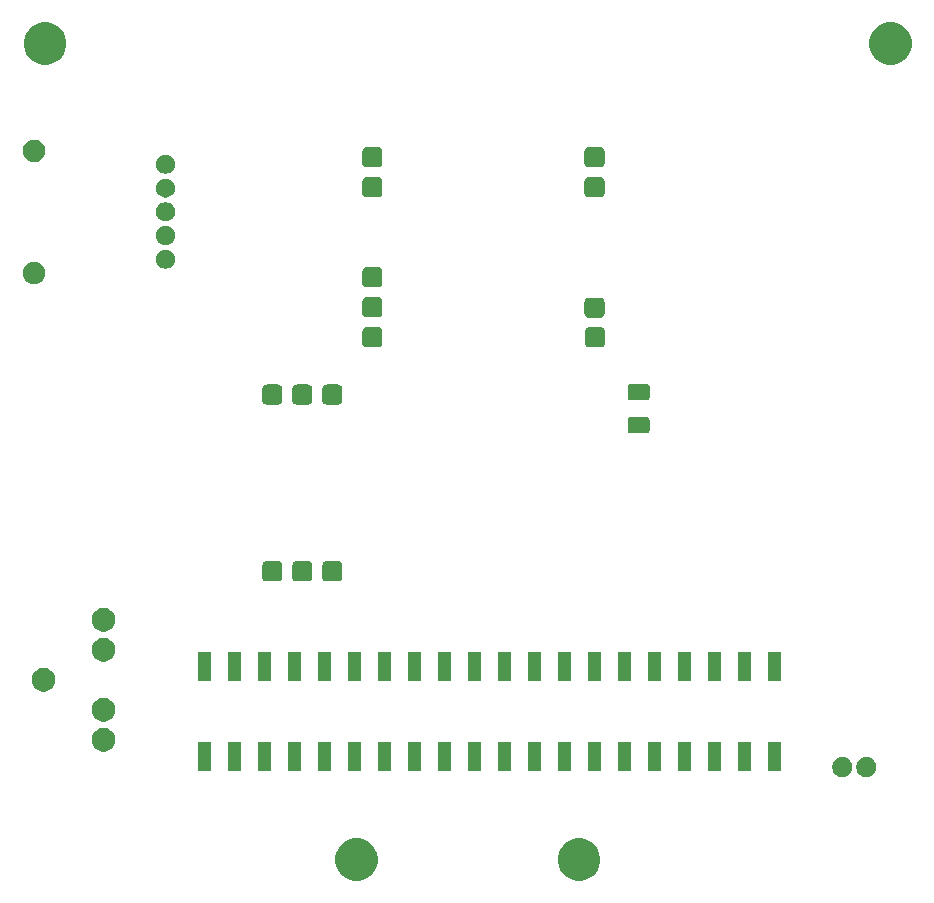
<source format=gbr>
G04 #@! TF.GenerationSoftware,KiCad,Pcbnew,5.0.2+dfsg1-1~bpo9+1*
G04 #@! TF.CreationDate,2019-08-11T15:23:53+01:00*
G04 #@! TF.ProjectId,retro_zero+a_screen,72657472-6f5f-47a6-9572-6f2b615f7363,rev?*
G04 #@! TF.SameCoordinates,Original*
G04 #@! TF.FileFunction,Soldermask,Bot*
G04 #@! TF.FilePolarity,Negative*
%FSLAX46Y46*%
G04 Gerber Fmt 4.6, Leading zero omitted, Abs format (unit mm)*
G04 Created by KiCad (PCBNEW 5.0.2+dfsg1-1~bpo9+1) date Sun 11 Aug 2019 15:23:53 BST*
%MOMM*%
%LPD*%
G01*
G04 APERTURE LIST*
%ADD10C,0.100000*%
G04 APERTURE END LIST*
D10*
G36*
X156989331Y-111450611D02*
X157317092Y-111586374D01*
X157612073Y-111783474D01*
X157862926Y-112034327D01*
X158060026Y-112329308D01*
X158195789Y-112657069D01*
X158265000Y-113005016D01*
X158265000Y-113359784D01*
X158195789Y-113707731D01*
X158060026Y-114035492D01*
X157862926Y-114330473D01*
X157612073Y-114581326D01*
X157317092Y-114778426D01*
X156989331Y-114914189D01*
X156641384Y-114983400D01*
X156286616Y-114983400D01*
X155938669Y-114914189D01*
X155610908Y-114778426D01*
X155315927Y-114581326D01*
X155065074Y-114330473D01*
X154867974Y-114035492D01*
X154732211Y-113707731D01*
X154663000Y-113359784D01*
X154663000Y-113005016D01*
X154732211Y-112657069D01*
X154867974Y-112329308D01*
X155065074Y-112034327D01*
X155315927Y-111783474D01*
X155610908Y-111586374D01*
X155938669Y-111450611D01*
X156286616Y-111381400D01*
X156641384Y-111381400D01*
X156989331Y-111450611D01*
X156989331Y-111450611D01*
G37*
G36*
X138142531Y-111450611D02*
X138470292Y-111586374D01*
X138765273Y-111783474D01*
X139016126Y-112034327D01*
X139213226Y-112329308D01*
X139348989Y-112657069D01*
X139418200Y-113005016D01*
X139418200Y-113359784D01*
X139348989Y-113707731D01*
X139213226Y-114035492D01*
X139016126Y-114330473D01*
X138765273Y-114581326D01*
X138470292Y-114778426D01*
X138142531Y-114914189D01*
X137794584Y-114983400D01*
X137439816Y-114983400D01*
X137091869Y-114914189D01*
X136764108Y-114778426D01*
X136469127Y-114581326D01*
X136218274Y-114330473D01*
X136021174Y-114035492D01*
X135885411Y-113707731D01*
X135816200Y-113359784D01*
X135816200Y-113005016D01*
X135885411Y-112657069D01*
X136021174Y-112329308D01*
X136218274Y-112034327D01*
X136469127Y-111783474D01*
X136764108Y-111586374D01*
X137091869Y-111450611D01*
X137439816Y-111381400D01*
X137794584Y-111381400D01*
X138142531Y-111450611D01*
X138142531Y-111450611D01*
G37*
G36*
X181032728Y-104515503D02*
X181187600Y-104579653D01*
X181326981Y-104672785D01*
X181445515Y-104791319D01*
X181538647Y-104930700D01*
X181602797Y-105085572D01*
X181635500Y-105249984D01*
X181635500Y-105417616D01*
X181602797Y-105582028D01*
X181538647Y-105736900D01*
X181445515Y-105876281D01*
X181326981Y-105994815D01*
X181187600Y-106087947D01*
X181032728Y-106152097D01*
X180868316Y-106184800D01*
X180700684Y-106184800D01*
X180536272Y-106152097D01*
X180381400Y-106087947D01*
X180242019Y-105994815D01*
X180123485Y-105876281D01*
X180030353Y-105736900D01*
X179966203Y-105582028D01*
X179933500Y-105417616D01*
X179933500Y-105249984D01*
X179966203Y-105085572D01*
X180030353Y-104930700D01*
X180123485Y-104791319D01*
X180242019Y-104672785D01*
X180381400Y-104579653D01*
X180536272Y-104515503D01*
X180700684Y-104482800D01*
X180868316Y-104482800D01*
X181032728Y-104515503D01*
X181032728Y-104515503D01*
G37*
G36*
X179000728Y-104515503D02*
X179155600Y-104579653D01*
X179294981Y-104672785D01*
X179413515Y-104791319D01*
X179506647Y-104930700D01*
X179570797Y-105085572D01*
X179603500Y-105249984D01*
X179603500Y-105417616D01*
X179570797Y-105582028D01*
X179506647Y-105736900D01*
X179413515Y-105876281D01*
X179294981Y-105994815D01*
X179155600Y-106087947D01*
X179000728Y-106152097D01*
X178836316Y-106184800D01*
X178668684Y-106184800D01*
X178504272Y-106152097D01*
X178349400Y-106087947D01*
X178210019Y-105994815D01*
X178091485Y-105876281D01*
X177998353Y-105736900D01*
X177934203Y-105582028D01*
X177901500Y-105417616D01*
X177901500Y-105249984D01*
X177934203Y-105085572D01*
X177998353Y-104930700D01*
X178091485Y-104791319D01*
X178210019Y-104672785D01*
X178349400Y-104579653D01*
X178504272Y-104515503D01*
X178668684Y-104482800D01*
X178836316Y-104482800D01*
X179000728Y-104515503D01*
X179000728Y-104515503D01*
G37*
G36*
X135475800Y-105658500D02*
X134373800Y-105658500D01*
X134373800Y-103256500D01*
X135475800Y-103256500D01*
X135475800Y-105658500D01*
X135475800Y-105658500D01*
G37*
G36*
X125315800Y-105658500D02*
X124213800Y-105658500D01*
X124213800Y-103256500D01*
X125315800Y-103256500D01*
X125315800Y-105658500D01*
X125315800Y-105658500D01*
G37*
G36*
X127855800Y-105658500D02*
X126753800Y-105658500D01*
X126753800Y-103256500D01*
X127855800Y-103256500D01*
X127855800Y-105658500D01*
X127855800Y-105658500D01*
G37*
G36*
X130395800Y-105658500D02*
X129293800Y-105658500D01*
X129293800Y-103256500D01*
X130395800Y-103256500D01*
X130395800Y-105658500D01*
X130395800Y-105658500D01*
G37*
G36*
X132935800Y-105658500D02*
X131833800Y-105658500D01*
X131833800Y-103256500D01*
X132935800Y-103256500D01*
X132935800Y-105658500D01*
X132935800Y-105658500D01*
G37*
G36*
X138015800Y-105658500D02*
X136913800Y-105658500D01*
X136913800Y-103256500D01*
X138015800Y-103256500D01*
X138015800Y-105658500D01*
X138015800Y-105658500D01*
G37*
G36*
X140555800Y-105658500D02*
X139453800Y-105658500D01*
X139453800Y-103256500D01*
X140555800Y-103256500D01*
X140555800Y-105658500D01*
X140555800Y-105658500D01*
G37*
G36*
X143095800Y-105658500D02*
X141993800Y-105658500D01*
X141993800Y-103256500D01*
X143095800Y-103256500D01*
X143095800Y-105658500D01*
X143095800Y-105658500D01*
G37*
G36*
X145635800Y-105658500D02*
X144533800Y-105658500D01*
X144533800Y-103256500D01*
X145635800Y-103256500D01*
X145635800Y-105658500D01*
X145635800Y-105658500D01*
G37*
G36*
X148175800Y-105658500D02*
X147073800Y-105658500D01*
X147073800Y-103256500D01*
X148175800Y-103256500D01*
X148175800Y-105658500D01*
X148175800Y-105658500D01*
G37*
G36*
X153255800Y-105658500D02*
X152153800Y-105658500D01*
X152153800Y-103256500D01*
X153255800Y-103256500D01*
X153255800Y-105658500D01*
X153255800Y-105658500D01*
G37*
G36*
X155795800Y-105658500D02*
X154693800Y-105658500D01*
X154693800Y-103256500D01*
X155795800Y-103256500D01*
X155795800Y-105658500D01*
X155795800Y-105658500D01*
G37*
G36*
X158335800Y-105658500D02*
X157233800Y-105658500D01*
X157233800Y-103256500D01*
X158335800Y-103256500D01*
X158335800Y-105658500D01*
X158335800Y-105658500D01*
G37*
G36*
X160875800Y-105658500D02*
X159773800Y-105658500D01*
X159773800Y-103256500D01*
X160875800Y-103256500D01*
X160875800Y-105658500D01*
X160875800Y-105658500D01*
G37*
G36*
X163415800Y-105658500D02*
X162313800Y-105658500D01*
X162313800Y-103256500D01*
X163415800Y-103256500D01*
X163415800Y-105658500D01*
X163415800Y-105658500D01*
G37*
G36*
X165955800Y-105658500D02*
X164853800Y-105658500D01*
X164853800Y-103256500D01*
X165955800Y-103256500D01*
X165955800Y-105658500D01*
X165955800Y-105658500D01*
G37*
G36*
X168495800Y-105658500D02*
X167393800Y-105658500D01*
X167393800Y-103256500D01*
X168495800Y-103256500D01*
X168495800Y-105658500D01*
X168495800Y-105658500D01*
G37*
G36*
X171035800Y-105658500D02*
X169933800Y-105658500D01*
X169933800Y-103256500D01*
X171035800Y-103256500D01*
X171035800Y-105658500D01*
X171035800Y-105658500D01*
G37*
G36*
X173575800Y-105658500D02*
X172473800Y-105658500D01*
X172473800Y-103256500D01*
X173575800Y-103256500D01*
X173575800Y-105658500D01*
X173575800Y-105658500D01*
G37*
G36*
X150715800Y-105658500D02*
X149613800Y-105658500D01*
X149613800Y-103256500D01*
X150715800Y-103256500D01*
X150715800Y-105658500D01*
X150715800Y-105658500D01*
G37*
G36*
X116496981Y-102072568D02*
X116679150Y-102148025D01*
X116843103Y-102257575D01*
X116982525Y-102396997D01*
X117092075Y-102560950D01*
X117167532Y-102743119D01*
X117206000Y-102936510D01*
X117206000Y-103133690D01*
X117167532Y-103327081D01*
X117092075Y-103509250D01*
X116982525Y-103673203D01*
X116843103Y-103812625D01*
X116679150Y-103922175D01*
X116496981Y-103997632D01*
X116303590Y-104036100D01*
X116106410Y-104036100D01*
X115913019Y-103997632D01*
X115730850Y-103922175D01*
X115566897Y-103812625D01*
X115427475Y-103673203D01*
X115317925Y-103509250D01*
X115242468Y-103327081D01*
X115204000Y-103133690D01*
X115204000Y-102936510D01*
X115242468Y-102743119D01*
X115317925Y-102560950D01*
X115427475Y-102396997D01*
X115566897Y-102257575D01*
X115730850Y-102148025D01*
X115913019Y-102072568D01*
X116106410Y-102034100D01*
X116303590Y-102034100D01*
X116496981Y-102072568D01*
X116496981Y-102072568D01*
G37*
G36*
X116496981Y-99532568D02*
X116679150Y-99608025D01*
X116843103Y-99717575D01*
X116982525Y-99856997D01*
X117092075Y-100020950D01*
X117167532Y-100203119D01*
X117206000Y-100396510D01*
X117206000Y-100593690D01*
X117167532Y-100787081D01*
X117092075Y-100969250D01*
X116982525Y-101133203D01*
X116843103Y-101272625D01*
X116679150Y-101382175D01*
X116496981Y-101457632D01*
X116303590Y-101496100D01*
X116106410Y-101496100D01*
X115913019Y-101457632D01*
X115730850Y-101382175D01*
X115566897Y-101272625D01*
X115427475Y-101133203D01*
X115317925Y-100969250D01*
X115242468Y-100787081D01*
X115204000Y-100593690D01*
X115204000Y-100396510D01*
X115242468Y-100203119D01*
X115317925Y-100020950D01*
X115427475Y-99856997D01*
X115566897Y-99717575D01*
X115730850Y-99608025D01*
X115913019Y-99532568D01*
X116106410Y-99494100D01*
X116303590Y-99494100D01*
X116496981Y-99532568D01*
X116496981Y-99532568D01*
G37*
G36*
X111416981Y-96992568D02*
X111599150Y-97068025D01*
X111763103Y-97177575D01*
X111902525Y-97316997D01*
X112012075Y-97480950D01*
X112087532Y-97663119D01*
X112126000Y-97856510D01*
X112126000Y-98053690D01*
X112087532Y-98247081D01*
X112012075Y-98429250D01*
X111902525Y-98593203D01*
X111763103Y-98732625D01*
X111599150Y-98842175D01*
X111416981Y-98917632D01*
X111223590Y-98956100D01*
X111026410Y-98956100D01*
X110833019Y-98917632D01*
X110650850Y-98842175D01*
X110486897Y-98732625D01*
X110347475Y-98593203D01*
X110237925Y-98429250D01*
X110162468Y-98247081D01*
X110124000Y-98053690D01*
X110124000Y-97856510D01*
X110162468Y-97663119D01*
X110237925Y-97480950D01*
X110347475Y-97316997D01*
X110486897Y-97177575D01*
X110650850Y-97068025D01*
X110833019Y-96992568D01*
X111026410Y-96954100D01*
X111223590Y-96954100D01*
X111416981Y-96992568D01*
X111416981Y-96992568D01*
G37*
G36*
X168495800Y-98038500D02*
X167393800Y-98038500D01*
X167393800Y-95636500D01*
X168495800Y-95636500D01*
X168495800Y-98038500D01*
X168495800Y-98038500D01*
G37*
G36*
X171035800Y-98038500D02*
X169933800Y-98038500D01*
X169933800Y-95636500D01*
X171035800Y-95636500D01*
X171035800Y-98038500D01*
X171035800Y-98038500D01*
G37*
G36*
X165955800Y-98038500D02*
X164853800Y-98038500D01*
X164853800Y-95636500D01*
X165955800Y-95636500D01*
X165955800Y-98038500D01*
X165955800Y-98038500D01*
G37*
G36*
X173575800Y-98038500D02*
X172473800Y-98038500D01*
X172473800Y-95636500D01*
X173575800Y-95636500D01*
X173575800Y-98038500D01*
X173575800Y-98038500D01*
G37*
G36*
X143095800Y-98038500D02*
X141993800Y-98038500D01*
X141993800Y-95636500D01*
X143095800Y-95636500D01*
X143095800Y-98038500D01*
X143095800Y-98038500D01*
G37*
G36*
X135475800Y-98038500D02*
X134373800Y-98038500D01*
X134373800Y-95636500D01*
X135475800Y-95636500D01*
X135475800Y-98038500D01*
X135475800Y-98038500D01*
G37*
G36*
X160875800Y-98038500D02*
X159773800Y-98038500D01*
X159773800Y-95636500D01*
X160875800Y-95636500D01*
X160875800Y-98038500D01*
X160875800Y-98038500D01*
G37*
G36*
X158335800Y-98038500D02*
X157233800Y-98038500D01*
X157233800Y-95636500D01*
X158335800Y-95636500D01*
X158335800Y-98038500D01*
X158335800Y-98038500D01*
G37*
G36*
X155795800Y-98038500D02*
X154693800Y-98038500D01*
X154693800Y-95636500D01*
X155795800Y-95636500D01*
X155795800Y-98038500D01*
X155795800Y-98038500D01*
G37*
G36*
X163415800Y-98038500D02*
X162313800Y-98038500D01*
X162313800Y-95636500D01*
X163415800Y-95636500D01*
X163415800Y-98038500D01*
X163415800Y-98038500D01*
G37*
G36*
X150715800Y-98038500D02*
X149613800Y-98038500D01*
X149613800Y-95636500D01*
X150715800Y-95636500D01*
X150715800Y-98038500D01*
X150715800Y-98038500D01*
G37*
G36*
X153255800Y-98038500D02*
X152153800Y-98038500D01*
X152153800Y-95636500D01*
X153255800Y-95636500D01*
X153255800Y-98038500D01*
X153255800Y-98038500D01*
G37*
G36*
X140555800Y-98038500D02*
X139453800Y-98038500D01*
X139453800Y-95636500D01*
X140555800Y-95636500D01*
X140555800Y-98038500D01*
X140555800Y-98038500D01*
G37*
G36*
X138015800Y-98038500D02*
X136913800Y-98038500D01*
X136913800Y-95636500D01*
X138015800Y-95636500D01*
X138015800Y-98038500D01*
X138015800Y-98038500D01*
G37*
G36*
X132935800Y-98038500D02*
X131833800Y-98038500D01*
X131833800Y-95636500D01*
X132935800Y-95636500D01*
X132935800Y-98038500D01*
X132935800Y-98038500D01*
G37*
G36*
X130395800Y-98038500D02*
X129293800Y-98038500D01*
X129293800Y-95636500D01*
X130395800Y-95636500D01*
X130395800Y-98038500D01*
X130395800Y-98038500D01*
G37*
G36*
X145635800Y-98038500D02*
X144533800Y-98038500D01*
X144533800Y-95636500D01*
X145635800Y-95636500D01*
X145635800Y-98038500D01*
X145635800Y-98038500D01*
G37*
G36*
X127855800Y-98038500D02*
X126753800Y-98038500D01*
X126753800Y-95636500D01*
X127855800Y-95636500D01*
X127855800Y-98038500D01*
X127855800Y-98038500D01*
G37*
G36*
X148175800Y-98038500D02*
X147073800Y-98038500D01*
X147073800Y-95636500D01*
X148175800Y-95636500D01*
X148175800Y-98038500D01*
X148175800Y-98038500D01*
G37*
G36*
X125315800Y-98038500D02*
X124213800Y-98038500D01*
X124213800Y-95636500D01*
X125315800Y-95636500D01*
X125315800Y-98038500D01*
X125315800Y-98038500D01*
G37*
G36*
X116496981Y-94452568D02*
X116679150Y-94528025D01*
X116843103Y-94637575D01*
X116982525Y-94776997D01*
X117092075Y-94940950D01*
X117167532Y-95123119D01*
X117206000Y-95316510D01*
X117206000Y-95513690D01*
X117167532Y-95707081D01*
X117092075Y-95889250D01*
X116982525Y-96053203D01*
X116843103Y-96192625D01*
X116679150Y-96302175D01*
X116496981Y-96377632D01*
X116303590Y-96416100D01*
X116106410Y-96416100D01*
X115913019Y-96377632D01*
X115730850Y-96302175D01*
X115566897Y-96192625D01*
X115427475Y-96053203D01*
X115317925Y-95889250D01*
X115242468Y-95707081D01*
X115204000Y-95513690D01*
X115204000Y-95316510D01*
X115242468Y-95123119D01*
X115317925Y-94940950D01*
X115427475Y-94776997D01*
X115566897Y-94637575D01*
X115730850Y-94528025D01*
X115913019Y-94452568D01*
X116106410Y-94414100D01*
X116303590Y-94414100D01*
X116496981Y-94452568D01*
X116496981Y-94452568D01*
G37*
G36*
X116496981Y-91912568D02*
X116679150Y-91988025D01*
X116843103Y-92097575D01*
X116982525Y-92236997D01*
X117092075Y-92400950D01*
X117167532Y-92583119D01*
X117206000Y-92776510D01*
X117206000Y-92973690D01*
X117167532Y-93167081D01*
X117092075Y-93349250D01*
X116982525Y-93513203D01*
X116843103Y-93652625D01*
X116679150Y-93762175D01*
X116496981Y-93837632D01*
X116303590Y-93876100D01*
X116106410Y-93876100D01*
X115913019Y-93837632D01*
X115730850Y-93762175D01*
X115566897Y-93652625D01*
X115427475Y-93513203D01*
X115317925Y-93349250D01*
X115242468Y-93167081D01*
X115204000Y-92973690D01*
X115204000Y-92776510D01*
X115242468Y-92583119D01*
X115317925Y-92400950D01*
X115427475Y-92236997D01*
X115566897Y-92097575D01*
X115730850Y-91988025D01*
X115913019Y-91912568D01*
X116106410Y-91874100D01*
X116303590Y-91874100D01*
X116496981Y-91912568D01*
X116496981Y-91912568D01*
G37*
G36*
X136131198Y-87916868D02*
X136199184Y-87937491D01*
X136261837Y-87970980D01*
X136316752Y-88016048D01*
X136361820Y-88070963D01*
X136395309Y-88133616D01*
X136415932Y-88201602D01*
X136423500Y-88278440D01*
X136423500Y-89242160D01*
X136415932Y-89318998D01*
X136395309Y-89386984D01*
X136361820Y-89449637D01*
X136316752Y-89504552D01*
X136261837Y-89549620D01*
X136199184Y-89583109D01*
X136131198Y-89603732D01*
X136054360Y-89611300D01*
X135090640Y-89611300D01*
X135013802Y-89603732D01*
X134945816Y-89583109D01*
X134883163Y-89549620D01*
X134828248Y-89504552D01*
X134783180Y-89449637D01*
X134749691Y-89386984D01*
X134729068Y-89318998D01*
X134721500Y-89242160D01*
X134721500Y-88278440D01*
X134729068Y-88201602D01*
X134749691Y-88133616D01*
X134783180Y-88070963D01*
X134828248Y-88016048D01*
X134883163Y-87970980D01*
X134945816Y-87937491D01*
X135013802Y-87916868D01*
X135090640Y-87909300D01*
X136054360Y-87909300D01*
X136131198Y-87916868D01*
X136131198Y-87916868D01*
G37*
G36*
X133591198Y-87916868D02*
X133659184Y-87937491D01*
X133721837Y-87970980D01*
X133776752Y-88016048D01*
X133821820Y-88070963D01*
X133855309Y-88133616D01*
X133875932Y-88201602D01*
X133883500Y-88278440D01*
X133883500Y-89242160D01*
X133875932Y-89318998D01*
X133855309Y-89386984D01*
X133821820Y-89449637D01*
X133776752Y-89504552D01*
X133721837Y-89549620D01*
X133659184Y-89583109D01*
X133591198Y-89603732D01*
X133514360Y-89611300D01*
X132550640Y-89611300D01*
X132473802Y-89603732D01*
X132405816Y-89583109D01*
X132343163Y-89549620D01*
X132288248Y-89504552D01*
X132243180Y-89449637D01*
X132209691Y-89386984D01*
X132189068Y-89318998D01*
X132181500Y-89242160D01*
X132181500Y-88278440D01*
X132189068Y-88201602D01*
X132209691Y-88133616D01*
X132243180Y-88070963D01*
X132288248Y-88016048D01*
X132343163Y-87970980D01*
X132405816Y-87937491D01*
X132473802Y-87916868D01*
X132550640Y-87909300D01*
X133514360Y-87909300D01*
X133591198Y-87916868D01*
X133591198Y-87916868D01*
G37*
G36*
X131051198Y-87916868D02*
X131119184Y-87937491D01*
X131181837Y-87970980D01*
X131236752Y-88016048D01*
X131281820Y-88070963D01*
X131315309Y-88133616D01*
X131335932Y-88201602D01*
X131343500Y-88278440D01*
X131343500Y-89242160D01*
X131335932Y-89318998D01*
X131315309Y-89386984D01*
X131281820Y-89449637D01*
X131236752Y-89504552D01*
X131181837Y-89549620D01*
X131119184Y-89583109D01*
X131051198Y-89603732D01*
X130974360Y-89611300D01*
X130010640Y-89611300D01*
X129933802Y-89603732D01*
X129865816Y-89583109D01*
X129803163Y-89549620D01*
X129748248Y-89504552D01*
X129703180Y-89449637D01*
X129669691Y-89386984D01*
X129649068Y-89318998D01*
X129641500Y-89242160D01*
X129641500Y-88278440D01*
X129649068Y-88201602D01*
X129669691Y-88133616D01*
X129703180Y-88070963D01*
X129748248Y-88016048D01*
X129803163Y-87970980D01*
X129865816Y-87937491D01*
X129933802Y-87916868D01*
X130010640Y-87909300D01*
X130974360Y-87909300D01*
X131051198Y-87916868D01*
X131051198Y-87916868D01*
G37*
G36*
X162274504Y-75724847D02*
X162311045Y-75735932D01*
X162344720Y-75753931D01*
X162374241Y-75778159D01*
X162398469Y-75807680D01*
X162416468Y-75841355D01*
X162427553Y-75877896D01*
X162431900Y-75922038D01*
X162431900Y-76870962D01*
X162427553Y-76915104D01*
X162416468Y-76951645D01*
X162398469Y-76985320D01*
X162374241Y-77014841D01*
X162344720Y-77039069D01*
X162311045Y-77057068D01*
X162274504Y-77068153D01*
X162230362Y-77072500D01*
X160781438Y-77072500D01*
X160737296Y-77068153D01*
X160700755Y-77057068D01*
X160667080Y-77039069D01*
X160637559Y-77014841D01*
X160613331Y-76985320D01*
X160595332Y-76951645D01*
X160584247Y-76915104D01*
X160579900Y-76870962D01*
X160579900Y-75922038D01*
X160584247Y-75877896D01*
X160595332Y-75841355D01*
X160613331Y-75807680D01*
X160637559Y-75778159D01*
X160667080Y-75753931D01*
X160700755Y-75735932D01*
X160737296Y-75724847D01*
X160781438Y-75720500D01*
X162230362Y-75720500D01*
X162274504Y-75724847D01*
X162274504Y-75724847D01*
G37*
G36*
X131051198Y-72956268D02*
X131119184Y-72976891D01*
X131181837Y-73010380D01*
X131236752Y-73055448D01*
X131281820Y-73110363D01*
X131315309Y-73173016D01*
X131335932Y-73241002D01*
X131343500Y-73317840D01*
X131343500Y-74281560D01*
X131335932Y-74358398D01*
X131315309Y-74426384D01*
X131281820Y-74489037D01*
X131236752Y-74543952D01*
X131181837Y-74589020D01*
X131119184Y-74622509D01*
X131051198Y-74643132D01*
X130974360Y-74650700D01*
X130010640Y-74650700D01*
X129933802Y-74643132D01*
X129865816Y-74622509D01*
X129803163Y-74589020D01*
X129748248Y-74543952D01*
X129703180Y-74489037D01*
X129669691Y-74426384D01*
X129649068Y-74358398D01*
X129641500Y-74281560D01*
X129641500Y-73317840D01*
X129649068Y-73241002D01*
X129669691Y-73173016D01*
X129703180Y-73110363D01*
X129748248Y-73055448D01*
X129803163Y-73010380D01*
X129865816Y-72976891D01*
X129933802Y-72956268D01*
X130010640Y-72948700D01*
X130974360Y-72948700D01*
X131051198Y-72956268D01*
X131051198Y-72956268D01*
G37*
G36*
X133591198Y-72956268D02*
X133659184Y-72976891D01*
X133721837Y-73010380D01*
X133776752Y-73055448D01*
X133821820Y-73110363D01*
X133855309Y-73173016D01*
X133875932Y-73241002D01*
X133883500Y-73317840D01*
X133883500Y-74281560D01*
X133875932Y-74358398D01*
X133855309Y-74426384D01*
X133821820Y-74489037D01*
X133776752Y-74543952D01*
X133721837Y-74589020D01*
X133659184Y-74622509D01*
X133591198Y-74643132D01*
X133514360Y-74650700D01*
X132550640Y-74650700D01*
X132473802Y-74643132D01*
X132405816Y-74622509D01*
X132343163Y-74589020D01*
X132288248Y-74543952D01*
X132243180Y-74489037D01*
X132209691Y-74426384D01*
X132189068Y-74358398D01*
X132181500Y-74281560D01*
X132181500Y-73317840D01*
X132189068Y-73241002D01*
X132209691Y-73173016D01*
X132243180Y-73110363D01*
X132288248Y-73055448D01*
X132343163Y-73010380D01*
X132405816Y-72976891D01*
X132473802Y-72956268D01*
X132550640Y-72948700D01*
X133514360Y-72948700D01*
X133591198Y-72956268D01*
X133591198Y-72956268D01*
G37*
G36*
X136131198Y-72956268D02*
X136199184Y-72976891D01*
X136261837Y-73010380D01*
X136316752Y-73055448D01*
X136361820Y-73110363D01*
X136395309Y-73173016D01*
X136415932Y-73241002D01*
X136423500Y-73317840D01*
X136423500Y-74281560D01*
X136415932Y-74358398D01*
X136395309Y-74426384D01*
X136361820Y-74489037D01*
X136316752Y-74543952D01*
X136261837Y-74589020D01*
X136199184Y-74622509D01*
X136131198Y-74643132D01*
X136054360Y-74650700D01*
X135090640Y-74650700D01*
X135013802Y-74643132D01*
X134945816Y-74622509D01*
X134883163Y-74589020D01*
X134828248Y-74543952D01*
X134783180Y-74489037D01*
X134749691Y-74426384D01*
X134729068Y-74358398D01*
X134721500Y-74281560D01*
X134721500Y-73317840D01*
X134729068Y-73241002D01*
X134749691Y-73173016D01*
X134783180Y-73110363D01*
X134828248Y-73055448D01*
X134883163Y-73010380D01*
X134945816Y-72976891D01*
X135013802Y-72956268D01*
X135090640Y-72948700D01*
X136054360Y-72948700D01*
X136131198Y-72956268D01*
X136131198Y-72956268D01*
G37*
G36*
X162274504Y-72924847D02*
X162311045Y-72935932D01*
X162344720Y-72953931D01*
X162374241Y-72978159D01*
X162398469Y-73007680D01*
X162416468Y-73041355D01*
X162427553Y-73077896D01*
X162431900Y-73122038D01*
X162431900Y-74070962D01*
X162427553Y-74115104D01*
X162416468Y-74151645D01*
X162398469Y-74185320D01*
X162374241Y-74214841D01*
X162344720Y-74239069D01*
X162311045Y-74257068D01*
X162274504Y-74268153D01*
X162230362Y-74272500D01*
X160781438Y-74272500D01*
X160737296Y-74268153D01*
X160700755Y-74257068D01*
X160667080Y-74239069D01*
X160637559Y-74214841D01*
X160613331Y-74185320D01*
X160595332Y-74151645D01*
X160584247Y-74115104D01*
X160579900Y-74070962D01*
X160579900Y-73122038D01*
X160584247Y-73077896D01*
X160595332Y-73041355D01*
X160613331Y-73007680D01*
X160637559Y-72978159D01*
X160667080Y-72953931D01*
X160700755Y-72935932D01*
X160737296Y-72924847D01*
X160781438Y-72920500D01*
X162230362Y-72920500D01*
X162274504Y-72924847D01*
X162274504Y-72924847D01*
G37*
G36*
X139522098Y-68104868D02*
X139590084Y-68125491D01*
X139652737Y-68158980D01*
X139707652Y-68204048D01*
X139752720Y-68258963D01*
X139786209Y-68321616D01*
X139806832Y-68389602D01*
X139814400Y-68466440D01*
X139814400Y-69430160D01*
X139806832Y-69506998D01*
X139786209Y-69574984D01*
X139752720Y-69637637D01*
X139707652Y-69692552D01*
X139652737Y-69737620D01*
X139590084Y-69771109D01*
X139522098Y-69791732D01*
X139445260Y-69799300D01*
X138481540Y-69799300D01*
X138404702Y-69791732D01*
X138336716Y-69771109D01*
X138274063Y-69737620D01*
X138219148Y-69692552D01*
X138174080Y-69637637D01*
X138140591Y-69574984D01*
X138119968Y-69506998D01*
X138112400Y-69430160D01*
X138112400Y-68466440D01*
X138119968Y-68389602D01*
X138140591Y-68321616D01*
X138174080Y-68258963D01*
X138219148Y-68204048D01*
X138274063Y-68158980D01*
X138336716Y-68125491D01*
X138404702Y-68104868D01*
X138481540Y-68097300D01*
X139445260Y-68097300D01*
X139522098Y-68104868D01*
X139522098Y-68104868D01*
G37*
G36*
X158368898Y-68104868D02*
X158436884Y-68125491D01*
X158499537Y-68158980D01*
X158554452Y-68204048D01*
X158599520Y-68258963D01*
X158633009Y-68321616D01*
X158653632Y-68389602D01*
X158661200Y-68466440D01*
X158661200Y-69430160D01*
X158653632Y-69506998D01*
X158633009Y-69574984D01*
X158599520Y-69637637D01*
X158554452Y-69692552D01*
X158499537Y-69737620D01*
X158436884Y-69771109D01*
X158368898Y-69791732D01*
X158292060Y-69799300D01*
X157328340Y-69799300D01*
X157251502Y-69791732D01*
X157183516Y-69771109D01*
X157120863Y-69737620D01*
X157065948Y-69692552D01*
X157020880Y-69637637D01*
X156987391Y-69574984D01*
X156966768Y-69506998D01*
X156959200Y-69430160D01*
X156959200Y-68466440D01*
X156966768Y-68389602D01*
X156987391Y-68321616D01*
X157020880Y-68258963D01*
X157065948Y-68204048D01*
X157120863Y-68158980D01*
X157183516Y-68125491D01*
X157251502Y-68104868D01*
X157328340Y-68097300D01*
X158292060Y-68097300D01*
X158368898Y-68104868D01*
X158368898Y-68104868D01*
G37*
G36*
X158330798Y-65602968D02*
X158398784Y-65623591D01*
X158461437Y-65657080D01*
X158516352Y-65702148D01*
X158561420Y-65757063D01*
X158594909Y-65819716D01*
X158615532Y-65887702D01*
X158623100Y-65964540D01*
X158623100Y-66928260D01*
X158615532Y-67005098D01*
X158594909Y-67073084D01*
X158561420Y-67135737D01*
X158516352Y-67190652D01*
X158461437Y-67235720D01*
X158398784Y-67269209D01*
X158330798Y-67289832D01*
X158253960Y-67297400D01*
X157290240Y-67297400D01*
X157213402Y-67289832D01*
X157145416Y-67269209D01*
X157082763Y-67235720D01*
X157027848Y-67190652D01*
X156982780Y-67135737D01*
X156949291Y-67073084D01*
X156928668Y-67005098D01*
X156921100Y-66928260D01*
X156921100Y-65964540D01*
X156928668Y-65887702D01*
X156949291Y-65819716D01*
X156982780Y-65757063D01*
X157027848Y-65702148D01*
X157082763Y-65657080D01*
X157145416Y-65623591D01*
X157213402Y-65602968D01*
X157290240Y-65595400D01*
X158253960Y-65595400D01*
X158330798Y-65602968D01*
X158330798Y-65602968D01*
G37*
G36*
X139522098Y-65564868D02*
X139590084Y-65585491D01*
X139652737Y-65618980D01*
X139707652Y-65664048D01*
X139752720Y-65718963D01*
X139786209Y-65781616D01*
X139806832Y-65849602D01*
X139814400Y-65926440D01*
X139814400Y-66890160D01*
X139806832Y-66966998D01*
X139786209Y-67034984D01*
X139752720Y-67097637D01*
X139707652Y-67152552D01*
X139652737Y-67197620D01*
X139590084Y-67231109D01*
X139522098Y-67251732D01*
X139445260Y-67259300D01*
X138481540Y-67259300D01*
X138404702Y-67251732D01*
X138336716Y-67231109D01*
X138274063Y-67197620D01*
X138219148Y-67152552D01*
X138174080Y-67097637D01*
X138140591Y-67034984D01*
X138119968Y-66966998D01*
X138112400Y-66890160D01*
X138112400Y-65926440D01*
X138119968Y-65849602D01*
X138140591Y-65781616D01*
X138174080Y-65718963D01*
X138219148Y-65664048D01*
X138274063Y-65618980D01*
X138336716Y-65585491D01*
X138404702Y-65564868D01*
X138481540Y-65557300D01*
X139445260Y-65557300D01*
X139522098Y-65564868D01*
X139522098Y-65564868D01*
G37*
G36*
X139522098Y-63024868D02*
X139590084Y-63045491D01*
X139652737Y-63078980D01*
X139707652Y-63124048D01*
X139752720Y-63178963D01*
X139786209Y-63241616D01*
X139806832Y-63309602D01*
X139814400Y-63386440D01*
X139814400Y-64350160D01*
X139806832Y-64426998D01*
X139786209Y-64494984D01*
X139752720Y-64557637D01*
X139707652Y-64612552D01*
X139652737Y-64657620D01*
X139590084Y-64691109D01*
X139522098Y-64711732D01*
X139445260Y-64719300D01*
X138481540Y-64719300D01*
X138404702Y-64711732D01*
X138336716Y-64691109D01*
X138274063Y-64657620D01*
X138219148Y-64612552D01*
X138174080Y-64557637D01*
X138140591Y-64494984D01*
X138119968Y-64426998D01*
X138112400Y-64350160D01*
X138112400Y-63386440D01*
X138119968Y-63309602D01*
X138140591Y-63241616D01*
X138174080Y-63178963D01*
X138219148Y-63124048D01*
X138274063Y-63078980D01*
X138336716Y-63045491D01*
X138404702Y-63024868D01*
X138481540Y-63017300D01*
X139445260Y-63017300D01*
X139522098Y-63024868D01*
X139522098Y-63024868D01*
G37*
G36*
X110602296Y-62585546D02*
X110775366Y-62657234D01*
X110931130Y-62761312D01*
X111063588Y-62893770D01*
X111167666Y-63049534D01*
X111239354Y-63222604D01*
X111275900Y-63406333D01*
X111275900Y-63593667D01*
X111239354Y-63777396D01*
X111167666Y-63950466D01*
X111063588Y-64106230D01*
X110931130Y-64238688D01*
X110775366Y-64342766D01*
X110602296Y-64414454D01*
X110418567Y-64451000D01*
X110231233Y-64451000D01*
X110047504Y-64414454D01*
X109874434Y-64342766D01*
X109718670Y-64238688D01*
X109586212Y-64106230D01*
X109482134Y-63950466D01*
X109410446Y-63777396D01*
X109373900Y-63593667D01*
X109373900Y-63406333D01*
X109410446Y-63222604D01*
X109482134Y-63049534D01*
X109586212Y-62893770D01*
X109718670Y-62761312D01*
X109874434Y-62657234D01*
X110047504Y-62585546D01*
X110231233Y-62549000D01*
X110418567Y-62549000D01*
X110602296Y-62585546D01*
X110602296Y-62585546D01*
G37*
G36*
X121683743Y-61574081D02*
X121829515Y-61634462D01*
X121960711Y-61722124D01*
X122072276Y-61833689D01*
X122159938Y-61964885D01*
X122220319Y-62110657D01*
X122251100Y-62265407D01*
X122251100Y-62423193D01*
X122220319Y-62577943D01*
X122159938Y-62723715D01*
X122072276Y-62854911D01*
X121960711Y-62966476D01*
X121829515Y-63054138D01*
X121683743Y-63114519D01*
X121528993Y-63145300D01*
X121371207Y-63145300D01*
X121216457Y-63114519D01*
X121070685Y-63054138D01*
X120939489Y-62966476D01*
X120827924Y-62854911D01*
X120740262Y-62723715D01*
X120679881Y-62577943D01*
X120649100Y-62423193D01*
X120649100Y-62265407D01*
X120679881Y-62110657D01*
X120740262Y-61964885D01*
X120827924Y-61833689D01*
X120939489Y-61722124D01*
X121070685Y-61634462D01*
X121216457Y-61574081D01*
X121371207Y-61543300D01*
X121528993Y-61543300D01*
X121683743Y-61574081D01*
X121683743Y-61574081D01*
G37*
G36*
X121683743Y-59567481D02*
X121829515Y-59627862D01*
X121960711Y-59715524D01*
X122072276Y-59827089D01*
X122159938Y-59958285D01*
X122220319Y-60104057D01*
X122251100Y-60258807D01*
X122251100Y-60416593D01*
X122220319Y-60571343D01*
X122159938Y-60717115D01*
X122072276Y-60848311D01*
X121960711Y-60959876D01*
X121829515Y-61047538D01*
X121683743Y-61107919D01*
X121528993Y-61138700D01*
X121371207Y-61138700D01*
X121216457Y-61107919D01*
X121070685Y-61047538D01*
X120939489Y-60959876D01*
X120827924Y-60848311D01*
X120740262Y-60717115D01*
X120679881Y-60571343D01*
X120649100Y-60416593D01*
X120649100Y-60258807D01*
X120679881Y-60104057D01*
X120740262Y-59958285D01*
X120827924Y-59827089D01*
X120939489Y-59715524D01*
X121070685Y-59627862D01*
X121216457Y-59567481D01*
X121371207Y-59536700D01*
X121528993Y-59536700D01*
X121683743Y-59567481D01*
X121683743Y-59567481D01*
G37*
G36*
X121683743Y-57560881D02*
X121829515Y-57621262D01*
X121960711Y-57708924D01*
X122072276Y-57820489D01*
X122159938Y-57951685D01*
X122220319Y-58097457D01*
X122251100Y-58252207D01*
X122251100Y-58409993D01*
X122220319Y-58564743D01*
X122159938Y-58710515D01*
X122072276Y-58841711D01*
X121960711Y-58953276D01*
X121829515Y-59040938D01*
X121683743Y-59101319D01*
X121528993Y-59132100D01*
X121371207Y-59132100D01*
X121216457Y-59101319D01*
X121070685Y-59040938D01*
X120939489Y-58953276D01*
X120827924Y-58841711D01*
X120740262Y-58710515D01*
X120679881Y-58564743D01*
X120649100Y-58409993D01*
X120649100Y-58252207D01*
X120679881Y-58097457D01*
X120740262Y-57951685D01*
X120827924Y-57820489D01*
X120939489Y-57708924D01*
X121070685Y-57621262D01*
X121216457Y-57560881D01*
X121371207Y-57530100D01*
X121528993Y-57530100D01*
X121683743Y-57560881D01*
X121683743Y-57560881D01*
G37*
G36*
X121683743Y-55554281D02*
X121829515Y-55614662D01*
X121960711Y-55702324D01*
X122072276Y-55813889D01*
X122159938Y-55945085D01*
X122220319Y-56090857D01*
X122251100Y-56245607D01*
X122251100Y-56403393D01*
X122220319Y-56558143D01*
X122159938Y-56703915D01*
X122072276Y-56835111D01*
X121960711Y-56946676D01*
X121829515Y-57034338D01*
X121683743Y-57094719D01*
X121528993Y-57125500D01*
X121371207Y-57125500D01*
X121216457Y-57094719D01*
X121070685Y-57034338D01*
X120939489Y-56946676D01*
X120827924Y-56835111D01*
X120740262Y-56703915D01*
X120679881Y-56558143D01*
X120649100Y-56403393D01*
X120649100Y-56245607D01*
X120679881Y-56090857D01*
X120740262Y-55945085D01*
X120827924Y-55813889D01*
X120939489Y-55702324D01*
X121070685Y-55614662D01*
X121216457Y-55554281D01*
X121371207Y-55523500D01*
X121528993Y-55523500D01*
X121683743Y-55554281D01*
X121683743Y-55554281D01*
G37*
G36*
X158330798Y-55404868D02*
X158398784Y-55425491D01*
X158461437Y-55458980D01*
X158516352Y-55504048D01*
X158561420Y-55558963D01*
X158594909Y-55621616D01*
X158615532Y-55689602D01*
X158623100Y-55766440D01*
X158623100Y-56730160D01*
X158615532Y-56806998D01*
X158594909Y-56874984D01*
X158561420Y-56937637D01*
X158516352Y-56992552D01*
X158461437Y-57037620D01*
X158398784Y-57071109D01*
X158330798Y-57091732D01*
X158253960Y-57099300D01*
X157290240Y-57099300D01*
X157213402Y-57091732D01*
X157145416Y-57071109D01*
X157082763Y-57037620D01*
X157027848Y-56992552D01*
X156982780Y-56937637D01*
X156949291Y-56874984D01*
X156928668Y-56806998D01*
X156921100Y-56730160D01*
X156921100Y-55766440D01*
X156928668Y-55689602D01*
X156949291Y-55621616D01*
X156982780Y-55558963D01*
X157027848Y-55504048D01*
X157082763Y-55458980D01*
X157145416Y-55425491D01*
X157213402Y-55404868D01*
X157290240Y-55397300D01*
X158253960Y-55397300D01*
X158330798Y-55404868D01*
X158330798Y-55404868D01*
G37*
G36*
X139522098Y-55404868D02*
X139590084Y-55425491D01*
X139652737Y-55458980D01*
X139707652Y-55504048D01*
X139752720Y-55558963D01*
X139786209Y-55621616D01*
X139806832Y-55689602D01*
X139814400Y-55766440D01*
X139814400Y-56730160D01*
X139806832Y-56806998D01*
X139786209Y-56874984D01*
X139752720Y-56937637D01*
X139707652Y-56992552D01*
X139652737Y-57037620D01*
X139590084Y-57071109D01*
X139522098Y-57091732D01*
X139445260Y-57099300D01*
X138481540Y-57099300D01*
X138404702Y-57091732D01*
X138336716Y-57071109D01*
X138274063Y-57037620D01*
X138219148Y-56992552D01*
X138174080Y-56937637D01*
X138140591Y-56874984D01*
X138119968Y-56806998D01*
X138112400Y-56730160D01*
X138112400Y-55766440D01*
X138119968Y-55689602D01*
X138140591Y-55621616D01*
X138174080Y-55558963D01*
X138219148Y-55504048D01*
X138274063Y-55458980D01*
X138336716Y-55425491D01*
X138404702Y-55404868D01*
X138481540Y-55397300D01*
X139445260Y-55397300D01*
X139522098Y-55404868D01*
X139522098Y-55404868D01*
G37*
G36*
X121683743Y-53547681D02*
X121829515Y-53608062D01*
X121960711Y-53695724D01*
X122072276Y-53807289D01*
X122159938Y-53938485D01*
X122220319Y-54084257D01*
X122251100Y-54239007D01*
X122251100Y-54396793D01*
X122220319Y-54551543D01*
X122159938Y-54697315D01*
X122072276Y-54828511D01*
X121960711Y-54940076D01*
X121829515Y-55027738D01*
X121683743Y-55088119D01*
X121528993Y-55118900D01*
X121371207Y-55118900D01*
X121216457Y-55088119D01*
X121070685Y-55027738D01*
X120939489Y-54940076D01*
X120827924Y-54828511D01*
X120740262Y-54697315D01*
X120679881Y-54551543D01*
X120649100Y-54396793D01*
X120649100Y-54239007D01*
X120679881Y-54084257D01*
X120740262Y-53938485D01*
X120827924Y-53807289D01*
X120939489Y-53695724D01*
X121070685Y-53608062D01*
X121216457Y-53547681D01*
X121371207Y-53516900D01*
X121528993Y-53516900D01*
X121683743Y-53547681D01*
X121683743Y-53547681D01*
G37*
G36*
X158330798Y-52864868D02*
X158398784Y-52885491D01*
X158461437Y-52918980D01*
X158516352Y-52964048D01*
X158561420Y-53018963D01*
X158594909Y-53081616D01*
X158615532Y-53149602D01*
X158623100Y-53226440D01*
X158623100Y-54190160D01*
X158615532Y-54266998D01*
X158594909Y-54334984D01*
X158561420Y-54397637D01*
X158516352Y-54452552D01*
X158461437Y-54497620D01*
X158398784Y-54531109D01*
X158330798Y-54551732D01*
X158253960Y-54559300D01*
X157290240Y-54559300D01*
X157213402Y-54551732D01*
X157145416Y-54531109D01*
X157082763Y-54497620D01*
X157027848Y-54452552D01*
X156982780Y-54397637D01*
X156949291Y-54334984D01*
X156928668Y-54266998D01*
X156921100Y-54190160D01*
X156921100Y-53226440D01*
X156928668Y-53149602D01*
X156949291Y-53081616D01*
X156982780Y-53018963D01*
X157027848Y-52964048D01*
X157082763Y-52918980D01*
X157145416Y-52885491D01*
X157213402Y-52864868D01*
X157290240Y-52857300D01*
X158253960Y-52857300D01*
X158330798Y-52864868D01*
X158330798Y-52864868D01*
G37*
G36*
X139522098Y-52864868D02*
X139590084Y-52885491D01*
X139652737Y-52918980D01*
X139707652Y-52964048D01*
X139752720Y-53018963D01*
X139786209Y-53081616D01*
X139806832Y-53149602D01*
X139814400Y-53226440D01*
X139814400Y-54190160D01*
X139806832Y-54266998D01*
X139786209Y-54334984D01*
X139752720Y-54397637D01*
X139707652Y-54452552D01*
X139652737Y-54497620D01*
X139590084Y-54531109D01*
X139522098Y-54551732D01*
X139445260Y-54559300D01*
X138481540Y-54559300D01*
X138404702Y-54551732D01*
X138336716Y-54531109D01*
X138274063Y-54497620D01*
X138219148Y-54452552D01*
X138174080Y-54397637D01*
X138140591Y-54334984D01*
X138119968Y-54266998D01*
X138112400Y-54190160D01*
X138112400Y-53226440D01*
X138119968Y-53149602D01*
X138140591Y-53081616D01*
X138174080Y-53018963D01*
X138219148Y-52964048D01*
X138274063Y-52918980D01*
X138336716Y-52885491D01*
X138404702Y-52864868D01*
X138481540Y-52857300D01*
X139445260Y-52857300D01*
X139522098Y-52864868D01*
X139522098Y-52864868D01*
G37*
G36*
X110614996Y-52247746D02*
X110788066Y-52319434D01*
X110943830Y-52423512D01*
X111076288Y-52555970D01*
X111180366Y-52711734D01*
X111252054Y-52884804D01*
X111288600Y-53068533D01*
X111288600Y-53255867D01*
X111252054Y-53439596D01*
X111180366Y-53612666D01*
X111076288Y-53768430D01*
X110943830Y-53900888D01*
X110788066Y-54004966D01*
X110614996Y-54076654D01*
X110431267Y-54113200D01*
X110243933Y-54113200D01*
X110060204Y-54076654D01*
X109887134Y-54004966D01*
X109731370Y-53900888D01*
X109598912Y-53768430D01*
X109494834Y-53612666D01*
X109423146Y-53439596D01*
X109386600Y-53255867D01*
X109386600Y-53068533D01*
X109423146Y-52884804D01*
X109494834Y-52711734D01*
X109598912Y-52555970D01*
X109731370Y-52423512D01*
X109887134Y-52319434D01*
X110060204Y-52247746D01*
X110243933Y-52211200D01*
X110431267Y-52211200D01*
X110614996Y-52247746D01*
X110614996Y-52247746D01*
G37*
G36*
X183354531Y-42349911D02*
X183682292Y-42485674D01*
X183977273Y-42682774D01*
X184228126Y-42933627D01*
X184425226Y-43228608D01*
X184560989Y-43556369D01*
X184630200Y-43904316D01*
X184630200Y-44259084D01*
X184560989Y-44607031D01*
X184425226Y-44934792D01*
X184228126Y-45229773D01*
X183977273Y-45480626D01*
X183682292Y-45677726D01*
X183354531Y-45813489D01*
X183006584Y-45882700D01*
X182651816Y-45882700D01*
X182303869Y-45813489D01*
X181976108Y-45677726D01*
X181681127Y-45480626D01*
X181430274Y-45229773D01*
X181233174Y-44934792D01*
X181097411Y-44607031D01*
X181028200Y-44259084D01*
X181028200Y-43904316D01*
X181097411Y-43556369D01*
X181233174Y-43228608D01*
X181430274Y-42933627D01*
X181681127Y-42682774D01*
X181976108Y-42485674D01*
X182303869Y-42349911D01*
X182651816Y-42280700D01*
X183006584Y-42280700D01*
X183354531Y-42349911D01*
X183354531Y-42349911D01*
G37*
G36*
X111777331Y-42349911D02*
X112105092Y-42485674D01*
X112400073Y-42682774D01*
X112650926Y-42933627D01*
X112848026Y-43228608D01*
X112983789Y-43556369D01*
X113053000Y-43904316D01*
X113053000Y-44259084D01*
X112983789Y-44607031D01*
X112848026Y-44934792D01*
X112650926Y-45229773D01*
X112400073Y-45480626D01*
X112105092Y-45677726D01*
X111777331Y-45813489D01*
X111429384Y-45882700D01*
X111074616Y-45882700D01*
X110726669Y-45813489D01*
X110398908Y-45677726D01*
X110103927Y-45480626D01*
X109853074Y-45229773D01*
X109655974Y-44934792D01*
X109520211Y-44607031D01*
X109451000Y-44259084D01*
X109451000Y-43904316D01*
X109520211Y-43556369D01*
X109655974Y-43228608D01*
X109853074Y-42933627D01*
X110103927Y-42682774D01*
X110398908Y-42485674D01*
X110726669Y-42349911D01*
X111074616Y-42280700D01*
X111429384Y-42280700D01*
X111777331Y-42349911D01*
X111777331Y-42349911D01*
G37*
M02*

</source>
